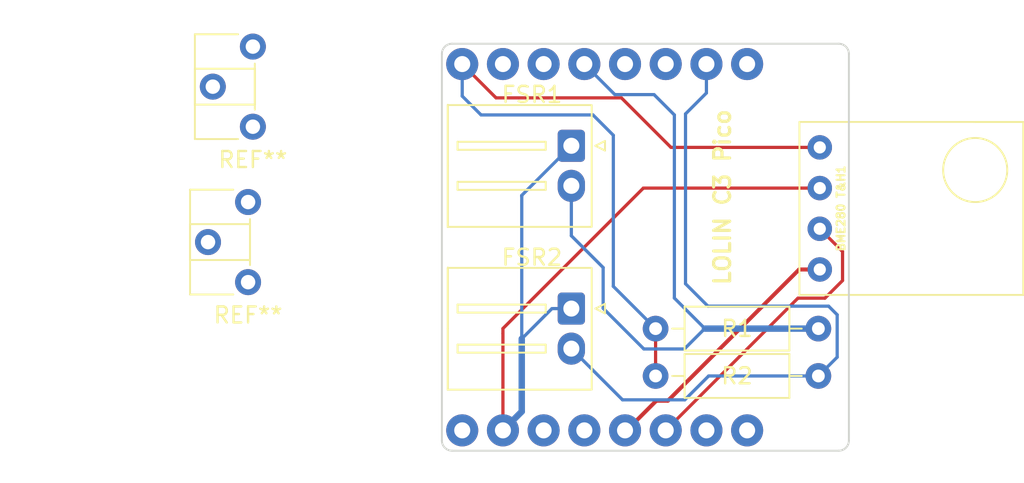
<source format=kicad_pcb>
(kicad_pcb (version 20211014) (generator pcbnew)
  (layers (0 "F.Cu" signal) (31 "B.Cu" signal) (34 "B.Paste" user) (35 "F.Paste" user) (36 "B.SilkS" user "B.Silkscreen") (37 "F.SilkS" user "F.Silkscreen") (38 "B.Mask" user) (39 "F.Mask" user) (44 "Edge.Cuts" user))
  (net 0 "")
  (net 1 "VIN")
  (net 2 "GND")
  (net 3 "3.3V")
  (net 4 "RST")
  (net 5 "A3")
  (net 6 "A2")
  (net 7 "A1")
  (net 8 "A0")
  (net 9 "A4")
  (net 10 "A5")
  (net 11 "SCL")
  (net 12 "SDA")
  (footprint "MountingHole:MountingHole_2.2mm_M2" (layer "F.Cu") (at 137.8 136.6)
    (fp_text reference "REF**" hide)
    (fp_text value "MountingHole_2.2mm_M2")
    (pad "" np_thru_hole circle (at 0 0) (size 2.2 2.2) (drill 2.2) (layers *.Cu *.Mask))
  )
  (footprint "Connector_JST:JST_XH_S2B-XH-A-1_1x02_P2.50mm_Horizontal" (layer "F.Cu") (at 114.375 152.4 -90)
    (fp_text reference "FSR2" (at -4.445 -5.64) (layer "F.SilkS"))
    (fp_text value "JST_XH_S2B-XH-A-1_1x02_P2.50mm_Horizontal" hide)
    (fp_line (start -1 -1) (end -1 -6.5) (layer "F.SilkS") (width 0.12))
    (fp_line (start 1.5 -1) (end 1.5 -6.5) (layer "F.SilkS") (width 0.12))
    (fp_line (start -1 -6.5) (end -1.5 -6.5) (layer "F.SilkS") (width 0.12))
    (fp_line (start 1 -1) (end 1.5 -1) (layer "F.SilkS") (width 0.12))
    (fp_line (start 0 -0.39) (end -3.81 -0.39) (layer "F.SilkS") (width 0.12))
    (fp_line (start 1.5 -6.5) (end 1 -6.5) (layer "F.SilkS") (width 0.12))
    (fp_line (start -1.55 -10.2) (end -0.95 -10.2) (layer "F.SilkS") (width 0.12))
    (fp_line (start -1.5 -6.5) (end -1.5 -1) (layer "F.SilkS") (width 0.12))
    (fp_line (start 0 -0.39) (end 3.81 -0.39) (layer "F.SilkS") (width 0.12))
    (fp_line (start 1 -6.5) (end 1 -1) (layer "F.SilkS") (width 0.12))
    (fp_line (start -0.95 -10.2) (end -1.25 -9.6) (layer "F.SilkS") (width 0.12))
    (fp_line (start -1.5 -1) (end -1 -1) (layer "F.SilkS") (width 0.12))
    (fp_line (start -1.25 -9.6) (end -1.55 -10.2) (layer "F.SilkS") (width 0.12))
    (fp_rect (start 3.81 -0.39) (end -3.79 -9.37) (layer "F.SilkS") (width 0.12) (fill none))
    (pad "1" thru_hole roundrect (at -1.25 -8.1) (size 1.7 2) (drill 1) (layers *.Cu *.Mask) (roundrect_rratio 0.1470588235) (net 2 "GND"))
    (pad "2" thru_hole oval (at 1.25 -8.1) (size 1.7 2) (drill 1) (layers *.Cu *.Mask) (net 5 "A3"))
  )
  (footprint "Potentiometer_THT:Potentiometer_ACP_CA6-H2,5_Horizontal" (layer "F.Cu") (at 102.3 149.5 180)
    (fp_text reference "REF**" (at 0 -2.06) (layer "F.SilkS"))
    (fp_text value "Potentiometer_ACP_CA6-H2,5_Horizontal")
    (fp_line (start 3.62 -0.77) (end 3.62 5.77) (layer "F.SilkS") (width 0.12))
    (fp_line (start -0.121 3.62) (end 3.62 3.62) (layer "F.SilkS") (width 0.12))
    (fp_line (start 0.925 -0.77) (end 3.62 -0.77) (layer "F.SilkS") (width 0.12))
    (fp_line (start -0.121 1.38) (end -0.121 3.62) (layer "F.SilkS") (width 0.12))
    (fp_line (start 0.925 5.77) (end 3.62 5.77) (layer "F.SilkS") (width 0.12))
    (fp_line (start 3.62 1.38) (end 3.62 3.62) (layer "F.SilkS") (width 0.12))
    (fp_line (start -0.121 1.066) (end -0.121 3.935) (layer "F.SilkS") (width 0.12))
    (fp_line (start -0.121 1.38) (end 3.62 1.38) (layer "F.SilkS") (width 0.12))
    (pad "1" thru_hole circle (at 0 0 180) (size 1.62 1.62) (drill 0.9) (layers F&B.Cu *.Mask))
    (pad "2" thru_hole circle (at 2.5 2.5 180) (size 1.62 1.62) (drill 0.9) (layers *.Cu *.Mask) (net 8 "A0"))
    (pad "3" thru_hole circle (at 0 5 180) (size 1.62 1.62) (drill 0.9) (layers *.Cu *.Mask) (net 3 "3.3V"))
  )
  (footprint "Resistor_THT:R_Axial_DIN0207_L6.3mm_D2.5mm_P10.16mm_Horizontal" (layer "F.Cu") (at 127.732129 155.355294)
    (fp_text reference "R2" (at 5.08 0) (layer "F.SilkS"))
    (fp_text value "128kOhm" hide)
    (fp_line (start 1.81 1.37) (end 8.35 1.37) (layer "F.SilkS") (width 0.12))
    (fp_line (start 1.81 -1.37) (end 1.81 1.37) (layer "F.SilkS") (width 0.12))
    (fp_line (start 9.12 0) (end 8.35 0) (layer "F.SilkS") (width 0.12))
    (fp_line (start 8.35 1.37) (end 8.35 -1.37) (layer "F.SilkS") (width 0.12))
    (fp_line (start 8.35 -1.37) (end 1.81 -1.37) (layer "F.SilkS") (width 0.12))
    (fp_line (start 1.04 0) (end 1.81 0) (layer "F.SilkS") (width 0.12))
    (pad "1" thru_hole circle (at 0 0) (size 1.6 1.6) (drill 0.8) (layers *.Cu *.Mask) (net 3 "3.3V"))
    (pad "2" thru_hole oval (at 10.16 0) (size 1.6 1.6) (drill 0.8) (layers *.Cu *.Mask) (net 5 "A3"))
  )
  (footprint "Potentiometer_THT:Potentiometer_ACP_CA6-H2,5_Horizontal" (layer "F.Cu") (at 102.6 139.8 180)
    (fp_text reference "REF**" (at 0 -2.06) (layer "F.SilkS"))
    (fp_text value "Potentiometer_ACP_CA6-H2,5_Horizontal")
    (fp_line (start 3.62 -0.77) (end 3.62 5.77) (layer "F.SilkS") (width 0.12))
    (fp_line (start -0.121 3.62) (end 3.62 3.62) (layer "F.SilkS") (width 0.12))
    (fp_line (start 0.925 -0.77) (end 3.62 -0.77) (layer "F.SilkS") (width 0.12))
    (fp_line (start -0.121 1.38) (end -0.121 3.62) (layer "F.SilkS") (width 0.12))
    (fp_line (start 0.925 5.77) (end 3.62 5.77) (layer "F.SilkS") (width 0.12))
    (fp_line (start 3.62 1.38) (end 3.62 3.62) (layer "F.SilkS") (width 0.12))
    (fp_line (start -0.121 1.066) (end -0.121 3.935) (layer "F.SilkS") (width 0.12))
    (fp_line (start -0.121 1.38) (end 3.62 1.38) (layer "F.SilkS") (width 0.12))
    (pad "1" thru_hole circle (at 0 0 180) (size 1.62 1.62) (drill 0.9) (layers *.Cu *.Mask))
    (pad "2" thru_hole circle (at 2.5 2.5 180) (size 1.62 1.62) (drill 0.9) (layers *.Cu *.Mask) (net 5 "A3"))
    (pad "3" thru_hole circle (at 0 5 180) (size 1.62 1.62) (drill 0.9) (layers *.Cu *.Mask) (net 3 "3.3V"))
  )
  (footprint "Custom Footprints:BME280 5V" (layer "F.Cu") (at 136.71 144.9 -90)
    (fp_text reference "BME280 T&H1" (at 0 -2.59 90 unlocked) (layer "F.SilkS") (effects (font (size 0.5 0.5) (thickness 0.125))))
    (fp_text value "BME280 5V")
    (fp_line (start -5.3975 -13.97) (end -5.3975 -10.97) (layer "F.SilkS") (width 0.12))
    (fp_line (start -5.3975 -13.97) (end 5.3975 -13.97) (layer "F.SilkS") (width 0.12))
    (fp_line (start 5.3975 0) (end -5.3975 0) (layer "F.SilkS") (width 0.12))
    (fp_line (start -5.3975 0) (end -5.3975 -13.97) (layer "F.SilkS") (width 0.12))
    (fp_line (start 5.3975 -13.97) (end 5.3975 0) (layer "F.SilkS") (width 0.12))
    (fp_circle (center -2.3975 -10.97) (end -0.3975 -10.97) (layer "F.SilkS") (width 0.12) (fill none))
    (pad "1" thru_hole circle (at -3.81 -1.27 180) (size 1.524 1.524) (drill 0.762) (layers *.Cu *.Mask) (net 3 "3.3V"))
    (pad "2" thru_hole circle (at -1.27 -1.27 180) (size 1.524 1.524) (drill 0.762) (layers *.Cu *.Mask) (net 2 "GND"))
    (pad "3" thru_hole circle (at 1.27 -1.27 180) (size 1.524 1.524) (drill 0.762) (layers *.Cu *.Mask) (net 11 "SCL"))
    (pad "4" thru_hole circle (at 3.81 -1.27 180) (size 1.524 1.524) (drill 0.762) (layers *.Cu *.Mask) (net 12 "SDA"))
  )
  (footprint "MountingHole:MountingHole_2.2mm_M2" (layer "F.Cu") (at 137.8 158)
    (fp_text reference "REF**" hide)
    (fp_text value "MountingHole_2.2mm_M2")
    (pad "" np_thru_hole circle (at 0 0) (size 2.2 2.2) (drill 2.2) (layers *.Cu *.Mask))
  )
  (footprint "Connector_JST:JST_XH_S2B-XH-A-1_1x02_P2.50mm_Horizontal" (layer "F.Cu") (at 114.375 142.24 -90)
    (fp_text reference "FSR1" (at -4.445 -5.64) (layer "F.SilkS"))
    (fp_text value "ST_XH_S2B-XH-A-1_1x02_P2.50mm_Horizontal" hide)
    (fp_line (start -1.5 -1) (end -1 -1) (layer "F.SilkS") (width 0.12))
    (fp_line (start -1 -6.5) (end -1.5 -6.5) (layer "F.SilkS") (width 0.12))
    (fp_line (start -1.5 -6.5) (end -1.5 -1) (layer "F.SilkS") (width 0.12))
    (fp_line (start 0 -0.39) (end -3.81 -0.39) (layer "F.SilkS") (width 0.12))
    (fp_line (start 0 -0.39) (end 3.81 -0.39) (layer "F.SilkS") (width 0.12))
    (fp_line (start 1 -1) (end 1.5 -1) (layer "F.SilkS") (width 0.12))
    (fp_line (start 1 -6.5) (end 1 -1) (layer "F.SilkS") (width 0.12))
    (fp_line (start 1.5 -1) (end 1.5 -6.5) (layer "F.SilkS") (width 0.12))
    (fp_line (start -1 -1) (end -1 -6.5) (layer "F.SilkS") (width 0.12))
    (fp_line (start -1.25 -9.6) (end -1.55 -10.2) (layer "F.SilkS") (width 0.12))
    (fp_line (start -1.55 -10.2) (end -0.95 -10.2) (layer "F.SilkS") (width 0.12))
    (fp_line (start -0.95 -10.2) (end -1.25 -9.6) (layer "F.SilkS") (width 0.12))
    (fp_line (start 1.5 -6.5) (end 1 -6.5) (layer "F.SilkS") (width 0.12))
    (fp_rect (start 3.81 -0.39) (end -3.79 -9.37) (layer "F.SilkS") (width 0.12) (fill none))
    (pad "1" thru_hole roundrect (at -1.25 -8.1) (size 1.7 2) (drill 1) (layers *.Cu *.Mask) (roundrect_rratio 0.1470588235) (net 2 "GND"))
    (pad "2" thru_hole oval (at 1.25 -8.1) (size 1.7 2) (drill 1) (layers *.Cu *.Mask) (net 8 "A0"))
  )
  (footprint "Module:WEMOS_Lolin_ESP32-C3_Pico" (layer "F.Cu") (at 114.395 147.32 -90)
    (fp_text reference "LOLIN C3 Pico" (at -3.12 -17.505 90) (layer "F.SilkS") (effects (font (thickness 0.2))))
    (fp_text value "ESP32-C3")
    (fp_line (start -12.7 -24.765) (end -12.7 -0.635) (layer "Edge.Cuts") (width 0.12))
    (fp_line (start 12.065 -25.4) (end -12.065 -25.4) (layer "Edge.Cuts") (width 0.12))
    (fp_line (start 12.7 -0.635) (end 12.7 -24.765) (layer "Edge.Cuts") (width 0.12))
    (fp_line (start -12.065 0) (end 12.065 0) (layer "Edge.Cuts") (width 0.12))
    (fp_arc (start -12.065 0) (mid -12.514013 -0.185987) (end -12.7 -0.635) (layer "Edge.Cuts") (width 0.12))
    (fp_arc (start -12.7 -24.765) (mid -12.514013 -25.214013) (end -12.065 -25.4) (layer "Edge.Cuts") (width 0.12))
    (fp_arc (start 12.065 -25.4) (mid 12.514013 -25.214013) (end 12.7 -24.765) (layer "Edge.Cuts") (width 0.12))
    (fp_arc (start 12.7 -0.635) (mid 12.514013 -0.185987) (end 12.065 0) (layer "Edge.Cuts") (width 0.12))
    (pad "1" thru_hole circle (at -11.43 -19.05 270) (size 2 2) (drill 1) (layers *.Cu *.Mask) (net 4 "RST"))
    (pad "2" thru_hole circle (at -11.43 -16.51 270) (size 2 2) (drill 1) (layers *.Cu *.Mask) (net 5 "A3"))
    (pad "3" thru_hole circle (at -11.43 -13.97 270) (size 2 2) (drill 1) (layers *.Cu *.Mask) (net 6 "A2"))
    (pad "4" thru_hole circle (at -11.43 -11.43 270) (size 2 2) (drill 1) (layers *.Cu *.Mask) (net 7 "A1"))
    (pad "5" thru_hole circle (at -11.43 -8.89 270) (size 2 2) (drill 1) (layers *.Cu *.Mask) (net 8 "A0"))
    (pad "6" thru_hole circle (at -11.43 -6.35 270) (size 2 2) (drill 1) (layers *.Cu *.Mask) (net 9 "A4"))
    (pad "7" thru_hole circle (at -11.43 -3.81 270) (size 2 2) (drill 1) (layers *.Cu *.Mask) (net 10 "A5"))
    (pad "8" thru_hole circle (at -11.43 -1.27 270) (size 2 2) (drill 1) (layers *.Cu *.Mask) (net 3 "3.3V"))
    (pad "9" thru_hole circle (at 11.43 -1.27 270) (size 2 2) (drill 1) (layers *.Cu *.Mask) (net 1 "VIN"))
    (pad "10" thru_hole circle (at 11.43 -3.81 270) (size 2 2) (drill 1) (layers *.Cu *.Mask) (net 2 "GND"))
    (pad "11" thru_hole circle (at 11.43 -6.35 270) (size 2 2) (drill 1) (layers *.Cu *.Mask))
    (pad "12" thru_hole circle (at 11.43 -8.89 270) (size 2 2) (drill 1) (layers *.Cu *.Mask))
    (pad "13" thru_hole circle (at 11.43 -11.43 270) (size 2 2) (drill 1) (layers *.Cu *.Mask) (net 12 "SDA"))
    (pad "14" thru_hole circle (at 11.43 -13.97 270) (size 2 2) (drill 1) (layers *.Cu *.Mask) (net 11 "SCL"))
    (pad "15" thru_hole circle (at 11.43 -16.51 270) (size 2 2) (drill 1) (layers *.Cu *.Mask))
    (pad "16" thru_hole circle (at 11.43 -19.05 270) (size 2 2) (drill 1) (layers *.Cu *.Mask))
  )
  (footprint "Resistor_THT:R_Axial_DIN0207_L6.3mm_D2.5mm_P10.16mm_Horizontal" (layer "F.Cu") (at 127.732129 152.4)
    (fp_text reference "R1" (at 5.08 0) (layer "F.SilkS"))
    (fp_text value "128kOhm" hide)
    (fp_line (start 8.35 1.37) (end 8.35 -1.37) (layer "F.SilkS") (width 0.12))
    (fp_line (start 1.04 0) (end 1.81 0) (layer "F.SilkS") (width 0.12))
    (fp_line (start 1.81 -1.37) (end 1.81 1.37) (layer "F.SilkS") (width 0.12))
    (fp_line (start 9.12 0) (end 8.35 0) (layer "F.SilkS") (width 0.12))
    (fp_line (start 8.35 -1.37) (end 1.81 -1.37) (layer "F.SilkS") (width 0.12))
    (fp_line (start 1.81 1.37) (end 8.35 1.37) (layer "F.SilkS") (width 0.12))
    (pad "1" thru_hole circle (at 0 0) (size 1.6 1.6) (drill 0.8) (layers *.Cu *.Mask) (net 3 "3.3V"))
    (pad "2" thru_hole oval (at 10.16 0) (size 1.6 1.6) (drill 0.8) (layers *.Cu *.Mask) (net 8 "A0"))
  )
  (segment (start 118.205 152.395) (end 126.97 143.63) (width 0.2) (layer "F.Cu") (net 2))
  (segment (start 126.97 143.63) (end 137.98 143.63) (width 0.2) (layer "F.Cu") (net 2))
  (segment (start 118.205 158.75) (end 118.205 156.143654) (width 0.2) (layer "F.Cu") (net 2))
  (segment (start 118.205 156.143654) (end 118.205 152.705) (width 0.2) (layer "F.Cu") (net 2))
  (segment (start 118.205 152.705) (end 118.205 152.395) (width 0.2) (layer "F.Cu") (net 2))
  (segment (start 119.38 157.575) (end 118.205 158.75) (width 0.4) (layer "B.Cu") (net 2))
  (segment (start 119.38 153.035) (end 119.38 157.575) (width 0.4) (layer "B.Cu") (net 2))
  (segment (start 119.38 144.085) (end 119.38 144.145) (width 0.2) (layer "B.Cu") (net 2))
  (segment (start 119.38 144.145) (end 119.38 154.305) (width 0.2) (layer "B.Cu") (net 2))
  (segment (start 122.475 140.99) (end 119.38 144.085) (width 0.2) (layer "B.Cu") (net 2))
  (segment (start 121.265 151.15) (end 119.38 153.035) (width 0.2) (layer "B.Cu") (net 2))
  (segment (start 122.475 151.15) (end 121.265 151.15) (width 0.2) (layer "B.Cu") (net 2))
  (segment (start 127.732129 155.355294) (end 127.732129 152.4) (width 0.2) (layer "F.Cu") (net 3))
  (segment (start 115.665 135.89) (end 117.775 138) (width 0.2) (layer "F.Cu") (net 3))
  (segment (start 125.6 138) (end 128.69 141.09) (width 0.2) (layer "F.Cu") (net 3))
  (segment (start 128.69 141.09) (end 137.98 141.09) (width 0.2) (layer "F.Cu") (net 3))
  (segment (start 117.775 138) (end 125.6 138) (width 0.2) (layer "F.Cu") (net 3))
  (segment (start 125.095 149.762871) (end 127.732129 152.4) (width 0.2) (layer "B.Cu") (net 3))
  (segment (start 115.665 137.89) (end 116.84 139.065) (width 0.2) (layer "B.Cu") (net 3))
  (segment (start 123.825 139.065) (end 125.095 140.335) (width 0.2) (layer "B.Cu") (net 3))
  (segment (start 125.095 140.335) (end 125.095 149.762871) (width 0.2) (layer "B.Cu") (net 3))
  (segment (start 115.665 135.89) (end 115.665 137.89) (width 0.2) (layer "B.Cu") (net 3))
  (segment (start 116.84 139.065) (end 123.825 139.065) (width 0.2) (layer "B.Cu") (net 3))
  (segment (start 125.67 156.845) (end 122.475 153.65) (width 0.2) (layer "B.Cu") (net 5))
  (segment (start 139.065 154.182423) (end 139.065 151.535) (width 0.2) (layer "B.Cu") (net 5))
  (segment (start 137.892129 155.355294) (end 139.065 154.182423) (width 0.2) (layer "B.Cu") (net 5))
  (segment (start 129.555 156.845) (end 125.67 156.845) (width 0.2) (layer "B.Cu") (net 5))
  (segment (start 129.6 149.6) (end 131 151) (width 0.2) (layer "B.Cu") (net 5))
  (segment (start 131.044706 155.355294) (end 129.555 156.845) (width 0.2) (layer "B.Cu") (net 5))
  (segment (start 131 151) (end 138.53 151) (width 0.2) (layer "B.Cu") (net 5))
  (segment (start 129.6 139) (end 129.6 149.6) (width 0.2) (layer "B.Cu") (net 5))
  (segment (start 137.892129 155.355294) (end 131.044706 155.355294) (width 0.2) (layer "B.Cu") (net 5))
  (segment (start 138.53 151) (end 139.065 151.535) (width 0.2) (layer "B.Cu") (net 5))
  (segment (start 130.905 137.695) (end 130.905 135.89) (width 0.2) (layer "B.Cu") (net 5))
  (segment (start 129.6 139) (end 130.905 137.695) (width 0.2) (layer "B.Cu") (net 5))
  (segment (start 128.905 139.065) (end 127.635 137.795) (width 0.2) (layer "B.Cu") (net 8))
  (segment (start 127.635 137.795) (end 125.19 137.795) (width 0.2) (layer "B.Cu") (net 8))
  (segment (start 127 153.67) (end 124.46 151.13) (width 0.2) (layer "B.Cu") (net 8))
  (segment (start 124.46 151.13) (end 124.46 148.59) (width 0.2) (layer "B.Cu") (net 8))
  (segment (start 125.19 137.795) (end 123.285 135.89) (width 0.2) (layer "B.Cu") (net 8))
  (segment (start 130.8 152.4) (end 129.53 153.67) (width 0.2) (layer "B.Cu") (net 8))
  (segment (start 122.475 146.605) (end 122.475 143.49) (width 0.2) (layer "B.Cu") (net 8))
  (segment (start 128.905 150.495) (end 128.905 139.065) (width 0.2) (layer "B.Cu") (net 8))
  (segment (start 124.46 148.59) (end 122.475 146.605) (width 0.2) (layer "B.Cu") (net 8))
  (segment (start 137.892129 152.4) (end 130.81 152.4) (width 0.4) (layer "B.Cu") (net 8))
  (segment (start 130.81 152.4) (end 130.8 152.4) (width 0.2) (layer "B.Cu") (net 8))
  (segment (start 130.81 152.4) (end 128.905 150.495) (width 0.2) (layer "B.Cu") (net 8))
  (segment (start 129.53 153.67) (end 127 153.67) (width 0.2) (layer "B.Cu") (net 8))
  (segment (start 139.4 147.59) (end 139.4 149.4) (width 0.2) (layer "F.Cu") (net 11))
  (segment (start 139.4 149.4) (end 138.3 150.5) (width 0.2) (layer "F.Cu") (net 11))
  (segment (start 137.98 146.17) (end 139.4 147.59) (width 0.2) (layer "F.Cu") (net 11))
  (segment (start 138.3 150.5) (end 136.615 150.5) (width 0.2) (layer "F.Cu") (net 11))
  (segment (start 136.615 150.5) (end 128.365 158.75) (width 0.2) (layer "F.Cu") (net 11))
  (segment (start 127.778414 156.9) (end 128.5 156.9) (width 0.25) (layer "F.Cu") (net 12))
  (segment (start 125.825 158.75) (end 125.928414 158.75) (width 0.25) (layer "F.Cu") (net 12))
  (segment (start 136.69 148.71) (end 137.98 148.71) (width 0.25) (layer "F.Cu") (net 12))
  (segment (start 125.928414 158.75) (end 127.778414 156.9) (width 0.25) (layer "F.Cu") (net 12))
  (segment (start 128.5 156.9) (end 136.69 148.71) (width 0.25) (layer "F.Cu") (net 12))
)
</source>
